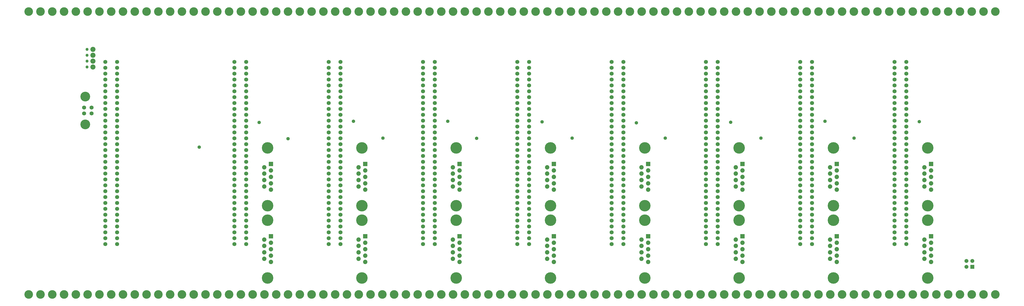
<source format=gbr>
%FSTAX23Y23*%
%MOIN*%
%SFA1B1*%

%IPPOS*%
%ADD32C,0.068000*%
%ADD33C,0.165480*%
%ADD34C,0.145795*%
%ADD35C,0.195401*%
%ADD36R,0.074535X0.074535*%
%ADD37C,0.074535*%
%ADD38C,0.051307*%
%ADD39C,0.086740*%
%ADD40R,0.067055X0.067055*%
%ADD41C,0.067055*%
%ADD42C,0.058000*%
%LNbackplane_soldermask_top-1*%
%LPD*%
G54D32*
X0287Y0531D03*
Y05409D03*
X02996D03*
Y0531D03*
X1682Y06185D03*
Y06085D03*
Y05985D03*
Y05885D03*
Y05785D03*
Y05685D03*
Y05584D03*
Y05485D03*
Y05385D03*
Y05285D03*
Y05185D03*
Y05085D03*
Y04985D03*
Y04885D03*
Y04785D03*
Y04685D03*
Y04585D03*
Y04485D03*
Y04385D03*
Y04285D03*
Y04185D03*
Y04085D03*
Y03985D03*
Y03885D03*
Y03785D03*
Y03685D03*
Y03585D03*
Y03485D03*
Y03385D03*
Y03285D03*
Y03185D03*
Y03085D03*
X1662Y06185D03*
Y06085D03*
Y05985D03*
Y05885D03*
Y05785D03*
Y05685D03*
Y05584D03*
Y05485D03*
Y05385D03*
Y05285D03*
Y05185D03*
Y05085D03*
Y04985D03*
Y04885D03*
Y04785D03*
Y04685D03*
Y04585D03*
Y04485D03*
Y04385D03*
Y04285D03*
Y04185D03*
Y04085D03*
Y03985D03*
Y03885D03*
Y03785D03*
Y03685D03*
Y03585D03*
Y03485D03*
Y03385D03*
Y03285D03*
Y03185D03*
Y03085D03*
X1522Y06185D03*
Y06085D03*
Y05985D03*
Y05885D03*
Y05785D03*
Y05685D03*
Y05584D03*
Y05485D03*
Y05385D03*
Y05285D03*
Y05185D03*
Y05085D03*
Y04985D03*
Y04885D03*
Y04785D03*
Y04685D03*
Y04585D03*
Y04485D03*
Y04385D03*
Y04285D03*
Y04185D03*
Y04085D03*
Y03985D03*
Y03885D03*
Y03785D03*
Y03685D03*
Y03585D03*
Y03485D03*
Y03385D03*
Y03285D03*
Y03185D03*
Y03085D03*
X1502Y06185D03*
Y06085D03*
Y05985D03*
Y05885D03*
Y05785D03*
Y05685D03*
Y05584D03*
Y05485D03*
Y05385D03*
Y05285D03*
Y05185D03*
Y05085D03*
Y04985D03*
Y04885D03*
Y04785D03*
Y04685D03*
Y04585D03*
Y04485D03*
Y04385D03*
Y04285D03*
Y04185D03*
Y04085D03*
Y03985D03*
Y03885D03*
Y03785D03*
Y03685D03*
Y03585D03*
Y03485D03*
Y03385D03*
Y03285D03*
Y03185D03*
Y03085D03*
X1362Y06185D03*
Y06085D03*
Y05985D03*
Y05885D03*
Y05785D03*
Y05685D03*
Y05584D03*
Y05485D03*
Y05385D03*
Y05285D03*
Y05185D03*
Y05085D03*
Y04985D03*
Y04885D03*
Y04785D03*
Y04685D03*
Y04585D03*
Y04485D03*
Y04385D03*
Y04285D03*
Y04185D03*
Y04085D03*
Y03985D03*
Y03885D03*
Y03785D03*
Y03685D03*
Y03585D03*
Y03485D03*
Y03385D03*
Y03285D03*
Y03185D03*
Y03085D03*
X1342Y06185D03*
Y06085D03*
Y05985D03*
Y05885D03*
Y05785D03*
Y05685D03*
Y05584D03*
Y05485D03*
Y05385D03*
Y05285D03*
Y05185D03*
Y05085D03*
Y04985D03*
Y04885D03*
Y04785D03*
Y04685D03*
Y04585D03*
Y04485D03*
Y04385D03*
Y04285D03*
Y04185D03*
Y04085D03*
Y03985D03*
Y03885D03*
Y03785D03*
Y03685D03*
Y03585D03*
Y03485D03*
Y03385D03*
Y03285D03*
Y03185D03*
Y03085D03*
X1202Y06185D03*
Y06085D03*
Y05985D03*
Y05885D03*
Y05785D03*
Y05685D03*
Y05584D03*
Y05485D03*
Y05385D03*
Y05285D03*
Y05185D03*
Y05085D03*
Y04985D03*
Y04885D03*
Y04785D03*
Y04685D03*
Y04585D03*
Y04485D03*
Y04385D03*
Y04285D03*
Y04185D03*
Y04085D03*
Y03985D03*
Y03885D03*
Y03785D03*
Y03685D03*
Y03585D03*
Y03485D03*
Y03385D03*
Y03285D03*
Y03185D03*
Y03085D03*
X1182Y06185D03*
Y06085D03*
Y05985D03*
Y05885D03*
Y05785D03*
Y05685D03*
Y05584D03*
Y05485D03*
Y05385D03*
Y05285D03*
Y05185D03*
Y05085D03*
Y04985D03*
Y04885D03*
Y04785D03*
Y04685D03*
Y04585D03*
Y04485D03*
Y04385D03*
Y04285D03*
Y04185D03*
Y04085D03*
Y03985D03*
Y03885D03*
Y03785D03*
Y03685D03*
Y03585D03*
Y03485D03*
Y03385D03*
Y03285D03*
Y03185D03*
Y03085D03*
X1042Y06185D03*
Y06085D03*
Y05985D03*
Y05885D03*
Y05785D03*
Y05685D03*
Y05584D03*
Y05485D03*
Y05385D03*
Y05285D03*
Y05185D03*
Y05085D03*
Y04985D03*
Y04885D03*
Y04785D03*
Y04685D03*
Y04585D03*
Y04485D03*
Y04385D03*
Y04285D03*
Y04185D03*
Y04085D03*
Y03985D03*
Y03885D03*
Y03785D03*
Y03685D03*
Y03585D03*
Y03485D03*
Y03385D03*
Y03285D03*
Y03185D03*
Y03085D03*
X1022Y06185D03*
Y06085D03*
Y05985D03*
Y05885D03*
Y05785D03*
Y05685D03*
Y05584D03*
Y05485D03*
Y05385D03*
Y05285D03*
Y05185D03*
Y05085D03*
Y04985D03*
Y04885D03*
Y04785D03*
Y04685D03*
Y04585D03*
Y04485D03*
Y04385D03*
Y04285D03*
Y04185D03*
Y04085D03*
Y03985D03*
Y03885D03*
Y03785D03*
Y03685D03*
Y03585D03*
Y03485D03*
Y03385D03*
Y03285D03*
Y03185D03*
Y03085D03*
X0882Y06185D03*
Y06085D03*
Y05985D03*
Y05885D03*
Y05785D03*
Y05685D03*
Y05584D03*
Y05485D03*
Y05385D03*
Y05285D03*
Y05185D03*
Y05085D03*
Y04985D03*
Y04885D03*
Y04785D03*
Y04685D03*
Y04585D03*
Y04485D03*
Y04385D03*
Y04285D03*
Y04185D03*
Y04085D03*
Y03985D03*
Y03885D03*
Y03785D03*
Y03685D03*
Y03585D03*
Y03485D03*
Y03385D03*
Y03285D03*
Y03185D03*
Y03085D03*
X0862Y06185D03*
Y06085D03*
Y05985D03*
Y05885D03*
Y05785D03*
Y05685D03*
Y05584D03*
Y05485D03*
Y05385D03*
Y05285D03*
Y05185D03*
Y05085D03*
Y04985D03*
Y04885D03*
Y04785D03*
Y04685D03*
Y04585D03*
Y04485D03*
Y04385D03*
Y04285D03*
Y04185D03*
Y04085D03*
Y03985D03*
Y03885D03*
Y03785D03*
Y03685D03*
Y03585D03*
Y03485D03*
Y03385D03*
Y03285D03*
Y03185D03*
Y03085D03*
X0722Y06185D03*
Y06085D03*
Y05985D03*
Y05885D03*
Y05785D03*
Y05685D03*
Y05584D03*
Y05485D03*
Y05385D03*
Y05285D03*
Y05185D03*
Y05085D03*
Y04985D03*
Y04885D03*
Y04785D03*
Y04685D03*
Y04585D03*
Y04485D03*
Y04385D03*
Y04285D03*
Y04185D03*
Y04085D03*
Y03985D03*
Y03885D03*
Y03785D03*
Y03685D03*
Y03585D03*
Y03485D03*
Y03385D03*
Y03285D03*
Y03185D03*
Y03085D03*
X0702Y06185D03*
Y06085D03*
Y05985D03*
Y05885D03*
Y05785D03*
Y05685D03*
Y05584D03*
Y05485D03*
Y05385D03*
Y05285D03*
Y05185D03*
Y05085D03*
Y04985D03*
Y04885D03*
Y04785D03*
Y04685D03*
Y04585D03*
Y04485D03*
Y04385D03*
Y04285D03*
Y04185D03*
Y04085D03*
Y03985D03*
Y03885D03*
Y03785D03*
Y03685D03*
Y03585D03*
Y03485D03*
Y03385D03*
Y03285D03*
Y03185D03*
Y03085D03*
X0343Y06185D03*
Y06085D03*
Y05985D03*
Y05885D03*
Y05785D03*
Y05685D03*
Y05584D03*
Y05485D03*
Y05385D03*
Y05285D03*
Y05185D03*
Y05085D03*
Y04985D03*
Y04885D03*
Y04785D03*
Y04685D03*
Y04585D03*
Y04485D03*
Y04385D03*
Y04285D03*
Y04185D03*
Y04085D03*
Y03985D03*
Y03885D03*
Y03785D03*
Y03685D03*
Y03585D03*
Y03485D03*
Y03385D03*
Y03285D03*
Y03185D03*
Y03085D03*
X0323Y06185D03*
Y06085D03*
Y05985D03*
Y05885D03*
Y05785D03*
Y05685D03*
Y05584D03*
Y05485D03*
Y05385D03*
Y05285D03*
Y05185D03*
Y05085D03*
Y04985D03*
Y04885D03*
Y04785D03*
Y04685D03*
Y04585D03*
Y04485D03*
Y04385D03*
Y04285D03*
Y04185D03*
Y04085D03*
Y03985D03*
Y03885D03*
Y03785D03*
Y03685D03*
Y03585D03*
Y03485D03*
Y03385D03*
Y03285D03*
Y03185D03*
Y03085D03*
X0562Y06185D03*
Y06085D03*
Y05985D03*
Y05885D03*
Y05785D03*
Y05685D03*
Y05584D03*
Y05485D03*
Y05385D03*
Y05285D03*
Y05185D03*
Y05085D03*
Y04985D03*
Y04885D03*
Y04785D03*
Y04685D03*
Y04585D03*
Y04485D03*
Y04385D03*
Y04285D03*
Y04185D03*
Y04085D03*
Y03985D03*
Y03885D03*
Y03785D03*
Y03685D03*
Y03585D03*
Y03485D03*
Y03385D03*
Y03285D03*
Y03185D03*
Y03085D03*
X0542Y06185D03*
Y06085D03*
Y05985D03*
Y05885D03*
Y05785D03*
Y05685D03*
Y05584D03*
Y05485D03*
Y05385D03*
Y05285D03*
Y05185D03*
Y05085D03*
Y04985D03*
Y04885D03*
Y04785D03*
Y04685D03*
Y04585D03*
Y04485D03*
Y04385D03*
Y04285D03*
Y04185D03*
Y04085D03*
Y03985D03*
Y03885D03*
Y03785D03*
Y03685D03*
Y03585D03*
Y03485D03*
Y03385D03*
Y03285D03*
Y03185D03*
Y03085D03*
G54D33*
X02889Y05597D03*
Y05122D03*
G54D34*
X0533Y02229D03*
X0553D03*
X0513D03*
X0453D03*
X0493D03*
X0473D03*
X0393D03*
X0433D03*
X0413D03*
X0233D03*
X0253D03*
X0213D03*
X0293D03*
X0313D03*
X0273D03*
X0333D03*
X0373D03*
X0353D03*
X0193D03*
X0553Y07041D03*
X0533D03*
X0493D03*
X0513D03*
X0433D03*
X0413D03*
X0453D03*
X0473D03*
X0313D03*
X0293D03*
X0253D03*
X0273D03*
X0353D03*
X0333D03*
X0373D03*
X0393D03*
X0193D03*
X0213D03*
X0233D03*
X0573Y02229D03*
Y07041D03*
X0613D03*
X05929D03*
X0653D03*
X0633D03*
X05929Y02229D03*
X0613D03*
X0633D03*
X0653D03*
X0673Y07041D03*
X0693D03*
X0713D03*
X0733D03*
X07529D03*
X0773D03*
X0793D03*
X0813D03*
X0833D03*
X0853D03*
X0873D03*
X0893D03*
X09129D03*
X09329D03*
X0953D03*
X0973D03*
X0993D03*
X1013D03*
X10329D03*
X1053D03*
X10729D03*
X1093D03*
X1113D03*
X1133D03*
X1153D03*
X11729D03*
X1193D03*
X12129D03*
X1233D03*
X12529D03*
X1273D03*
X1293D03*
X1313D03*
X1333D03*
X13529D03*
X1373D03*
X13929D03*
X1413D03*
X14329D03*
X1453D03*
X1473D03*
X14929D03*
X1513D03*
X15329D03*
X1553D03*
X15729D03*
X1593D03*
X1613D03*
X1633D03*
X1653D03*
X16729D03*
X1693D03*
X17129D03*
X1733D03*
X17529D03*
X1773D03*
X1793D03*
X0673Y02229D03*
X0693D03*
X0713D03*
X0733D03*
X07529D03*
X0773D03*
X0793D03*
X0813D03*
X0833D03*
X0853D03*
X0873D03*
X0893D03*
X09129D03*
X09329D03*
X0953D03*
X0973D03*
X0993D03*
X1013D03*
X10329D03*
X1053D03*
X10729D03*
X1093D03*
X1113D03*
X1133D03*
X1153D03*
X11729D03*
X1193D03*
X12129D03*
X1233D03*
X12529D03*
X1273D03*
X1293D03*
X1313D03*
X1333D03*
X13529D03*
X1373D03*
X13929D03*
X1413D03*
X14329D03*
X1453D03*
X1473D03*
X14929D03*
X1513D03*
X15329D03*
X1553D03*
X15729D03*
X1593D03*
X1613D03*
X1633D03*
X1653D03*
X16729D03*
X1693D03*
X17129D03*
X1733D03*
X17529D03*
X1773D03*
X1793D03*
X1813Y07041D03*
X1833D03*
Y0223D03*
X1813D03*
G54D35*
X05984Y02508D03*
Y03491D03*
Y03738D03*
Y04721D03*
X07584Y02508D03*
Y03491D03*
X09184Y02508D03*
Y03491D03*
X10784Y02508D03*
Y03491D03*
X12384Y02508D03*
Y03491D03*
X13984Y02508D03*
Y03491D03*
X15584Y02508D03*
Y03491D03*
X17184Y02508D03*
Y03491D03*
Y03738D03*
Y04721D03*
X15584Y03738D03*
Y04721D03*
X13984Y03738D03*
Y04721D03*
X12384Y03738D03*
Y04721D03*
X10784Y03738D03*
Y04721D03*
X09184Y03738D03*
Y04721D03*
X07584Y03738D03*
Y04721D03*
G54D36*
X06039Y03218D03*
Y04448D03*
X07639Y03218D03*
X09239D03*
X10839D03*
X12439D03*
X14039D03*
X15639D03*
X17239D03*
Y04448D03*
X15639D03*
X14039D03*
X12439D03*
X10839D03*
X09239D03*
X07639D03*
G54D37*
X05928Y03163D03*
X06039Y03109D03*
X05928Y03054D03*
X06039Y03D03*
X05928Y02945D03*
X06039Y0289D03*
X05928Y02836D03*
X06039Y02781D03*
X05928Y04393D03*
X06039Y04339D03*
X05928Y04284D03*
X06039Y0423D03*
X05928Y04175D03*
X06039Y0412D03*
X05928Y04066D03*
X06039Y04011D03*
X07528Y03163D03*
X07639Y03109D03*
X07528Y03054D03*
X07639Y03D03*
X07528Y02945D03*
X07639Y0289D03*
X07528Y02836D03*
X07639Y02781D03*
X09128Y03163D03*
X09239Y03109D03*
X09128Y03054D03*
X09239Y03D03*
X09128Y02945D03*
X09239Y0289D03*
X09128Y02836D03*
X09239Y02781D03*
X10728Y03163D03*
X10839Y03109D03*
X10728Y03054D03*
X10839Y03D03*
X10728Y02945D03*
X10839Y0289D03*
X10728Y02836D03*
X10839Y02781D03*
X12328Y03163D03*
X12439Y03109D03*
X12328Y03054D03*
X12439Y03D03*
X12328Y02945D03*
X12439Y0289D03*
X12328Y02836D03*
X12439Y02781D03*
X13928Y03163D03*
X14039Y03109D03*
X13928Y03054D03*
X14039Y03D03*
X13928Y02945D03*
X14039Y0289D03*
X13928Y02836D03*
X14039Y02781D03*
X15528Y03163D03*
X15639Y03109D03*
X15528Y03054D03*
X15639Y03D03*
X15528Y02945D03*
X15639Y0289D03*
X15528Y02836D03*
X15639Y02781D03*
X17128Y03163D03*
X17239Y03109D03*
X17128Y03054D03*
X17239Y03D03*
X17128Y02945D03*
X17239Y0289D03*
X17128Y02836D03*
X17239Y02781D03*
X17128Y04393D03*
X17239Y04339D03*
X17128Y04284D03*
X17239Y0423D03*
X17128Y04175D03*
X17239Y0412D03*
X17128Y04066D03*
X17239Y04011D03*
X15528Y04393D03*
X15639Y04339D03*
X15528Y04284D03*
X15639Y0423D03*
X15528Y04175D03*
X15639Y0412D03*
X15528Y04066D03*
X15639Y04011D03*
X13928Y04393D03*
X14039Y04339D03*
X13928Y04284D03*
X14039Y0423D03*
X13928Y04175D03*
X14039Y0412D03*
X13928Y04066D03*
X14039Y04011D03*
X12328Y04393D03*
X12439Y04339D03*
X12328Y04284D03*
X12439Y0423D03*
X12328Y04175D03*
X12439Y0412D03*
X12328Y04066D03*
X12439Y04011D03*
X10728Y04393D03*
X10839Y04339D03*
X10728Y04284D03*
X10839Y0423D03*
X10728Y04175D03*
X10839Y0412D03*
X10728Y04066D03*
X10839Y04011D03*
X09128Y04393D03*
X09239Y04339D03*
X09128Y04284D03*
X09239Y0423D03*
X09128Y04175D03*
X09239Y0412D03*
X09128Y04066D03*
X09239Y04011D03*
X07528Y04393D03*
X07639Y04339D03*
X07528Y04284D03*
X07639Y0423D03*
X07528Y04175D03*
X07639Y0412D03*
X07528Y04066D03*
X07639Y04011D03*
G54D38*
X0292Y061D03*
Y064D03*
Y063D03*
Y062D03*
G54D39*
X0302Y061D03*
Y064D03*
Y063D03*
Y062D03*
G54D40*
X17939Y027D03*
G54D41*
X17839Y027D03*
X17939Y028D03*
X17839D03*
G54D42*
X1704Y05169D03*
X15439Y05174D03*
X1384Y0516D03*
X14354Y0489D03*
X15934D03*
X1273D03*
X1224Y0515D03*
X11149Y0489D03*
X1064Y05164D03*
X0904Y05174D03*
X0953Y04885D03*
X07939Y0489D03*
X0744Y05174D03*
X0633Y0488D03*
X0584Y05154D03*
X04825Y04735D03*
M02*
</source>
